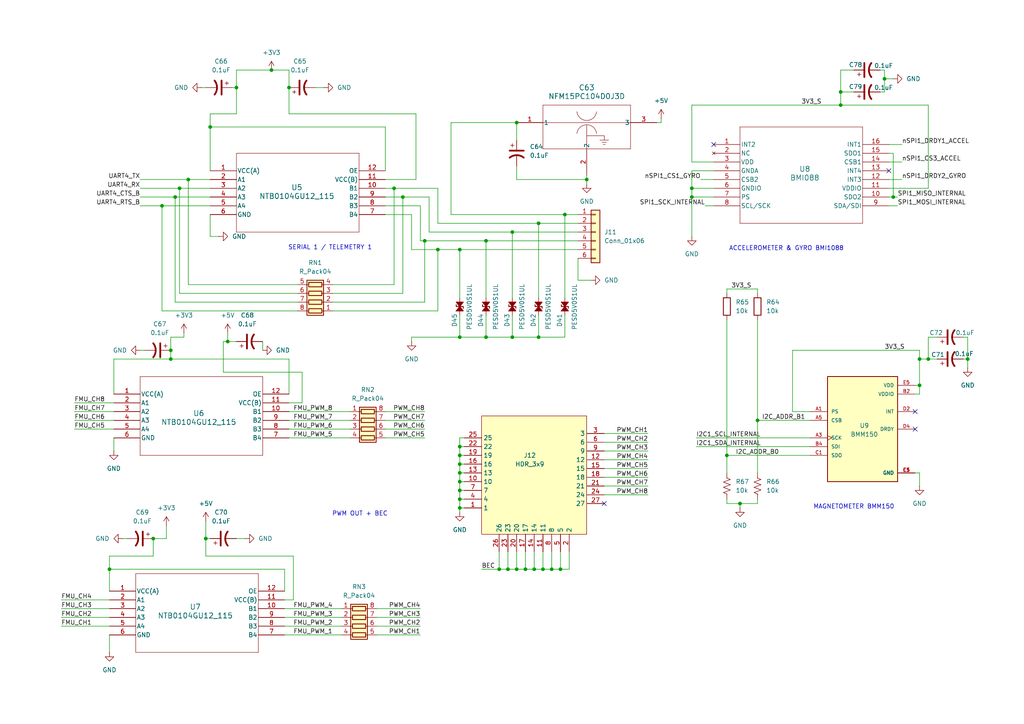
<source format=kicad_sch>
(kicad_sch (version 20231120) (generator "eeschema") (generator_version "8.0")
  (paper "A4")
  (lib_symbols
    (symbol "BMI088:BMI088" (pin_names (offset 0.254))
      (property "Reference" "U" (at 25.4 10.16 0))
      (property "Value" "BMI088" (at 25.4 7.62 0))
      (symbol "BMI088_0_1"
        (polyline (pts (xy 7.62 -22.86) (xy 43.18 -22.86)) (stroke (width 0.127)))
        (polyline (pts (xy 7.62 5.08) (xy 7.62 -22.86)) (stroke (width 0.127)))
        (polyline (pts (xy 43.18 -22.86) (xy 43.18 5.08)) (stroke (width 0.127)))
        (polyline (pts (xy 43.18 5.08) (xy 7.62 5.08)) (stroke (width 0.127)))
        (pin bidirectional line (at 0 0 0) (length 7.62) (name "INT2") (number "1"))
        (pin bidirectional line (at 50.8 -15.24 180) (length 7.62) (name "SDO2") (number "10"))
        (pin power_in line (at 50.8 -12.7 180) (length 7.62) (name "VDDIO") (number "11"))
        (pin bidirectional line (at 50.8 -10.16 180) (length 7.62) (name "INT3") (number "12"))
        (pin bidirectional line (at 50.8 -7.62 180) (length 7.62) (name "INT4") (number "13"))
        (pin bidirectional line (at 50.8 -5.08 180) (length 7.62) (name "CSB1") (number "14"))
        (pin bidirectional line (at 50.8 -2.54 180) (length 7.62) (name "SDO1") (number "15"))
        (pin bidirectional line (at 50.8 0 180) (length 7.62) (name "INT1") (number "16"))
        (pin no_connect line (at 0 -2.54 0) (length 7.62) (name "NC") (number "2"))
        (pin power_in line (at 0 -5.08 0) (length 7.62) (name "VDD") (number "3"))
        (pin power_out line (at 0 -7.62 0) (length 7.62) (name "GNDA") (number "4"))
        (pin bidirectional line (at 0 -10.16 0) (length 7.62) (name "CSB2") (number "5"))
        (pin power_out line (at 0 -12.7 0) (length 7.62) (name "GNDIO") (number "6"))
        (pin unspecified line (at 0 -15.24 0) (length 7.62) (name "PS") (number "7"))
        (pin unspecified line (at 0 -17.78 0) (length 7.62) (name "SCL/SCK") (number "8"))
        (pin unspecified line (at 50.8 -17.78 180) (length 7.62) (name "SDA/SDI") (number "9"))
      )
    )
    (symbol "BMM150:BMM150" (pin_names (offset 1.016))
      (property "Reference" "U" (at -10.16 16.51 0))
      (property "Value" "BMM150" (at -10.16 -16.51 0))
      (symbol "BMM150_0_0"
        (rectangle (start -10.16 -15.24) (end 10.16 15.24) (stroke (width 0.254)) (fill (type background)))
        (pin input line (at -15.24 5.08 0) (length 5.08) (name "PS") (number "A1"))
        (pin input clock (at -15.24 -2.54 0) (length 5.08) (name "SCK") (number "A3"))
        (pin input line (at -15.24 2.54 0) (length 5.08) (name "CSB") (number "A5"))
        (pin power_in line (at 15.24 10.16 180) (length 5.08) (name "VDDIO") (number "B2"))
        (pin bidirectional line (at -15.24 -5.08 0) (length 5.08) (name "SDI") (number "B4"))
        (pin output line (at -15.24 -7.62 0) (length 5.08) (name "SDO") (number "C1"))
        (pin power_in line (at 15.24 -12.7 180) (length 5.08) (name "GND") (number "C5"))
        (pin output line (at 15.24 5.08 180) (length 5.08) (name "INT") (number "D2"))
        (pin output line (at 15.24 0 180) (length 5.08) (name "DRDY") (number "D4"))
        (pin power_in line (at 15.24 -12.7 180) (length 5.08) (name "GND") (number "E1"))
        (pin power_in line (at 15.24 -12.7 180) (length 5.08) (name "GND") (number "E3"))
        (pin power_in line (at 15.24 12.7 180) (length 5.08) (name "VDD") (number "E5"))
      )
    )
    (symbol "Connector_Generic:Conn_01x06" (pin_names (offset 1.016) hide)
      (property "Reference" "J" (at 0 7.62 0))
      (property "Value" "Conn_01x06" (at 0 -10.16 0))
      (symbol "Conn_01x06_1_1"
        (rectangle (start -1.27 -7.493) (end 0 -7.747) (stroke (width 0.1524)))
        (rectangle (start -1.27 -4.953) (end 0 -5.207) (stroke (width 0.1524)))
        (rectangle (start -1.27 -2.413) (end 0 -2.667) (stroke (width 0.1524)))
        (rectangle (start -1.27 0.127) (end 0 -0.127) (stroke (width 0.1524)))
        (rectangle (start -1.27 2.667) (end 0 2.413) (stroke (width 0.1524)))
        (rectangle (start -1.27 5.207) (end 0 4.953) (stroke (width 0.1524)))
        (rectangle (start -1.27 6.35) (end 1.27 -8.89) (stroke (width 0.254)) (fill (type background)))
        (pin passive line (at -5.08 5.08 0) (length 3.81) (name "Pin_1") (number "1"))
        (pin passive line (at -5.08 2.54 0) (length 3.81) (name "Pin_2") (number "2"))
        (pin passive line (at -5.08 0 0) (length 3.81) (name "Pin_3") (number "3"))
        (pin passive line (at -5.08 -2.54 0) (length 3.81) (name "Pin_4") (number "4"))
        (pin passive line (at -5.08 -5.08 0) (length 3.81) (name "Pin_5") (number "5"))
        (pin passive line (at -5.08 -7.62 0) (length 3.81) (name "Pin_6") (number "6"))
      )
    )
    (symbol "Device:C_Polarized_US" (pin_numbers hide) (pin_names (offset 0.254) hide)
      (property "Reference" "C" (at 0.635 2.54 0))
      (property "Value" "C_Polarized_US" (at 0.635 -2.54 0))
      (symbol "C_Polarized_US_0_1"
        (polyline (pts (xy -2.032 0.762) (xy 2.032 0.762)) (stroke (width 0.508)))
        (polyline (pts (xy -1.778 2.286) (xy -0.762 2.286)))
        (polyline (pts (xy -1.27 1.778) (xy -1.27 2.794)))
        (arc (start 2.032 -1.27) (mid 0 -0.5572) (end -2.032 -1.27) (stroke (width 0.508)))
      )
      (symbol "C_Polarized_US_1_1"
        (pin passive line (at 0 3.81 270) (length 2.794) (name "~") (number "1"))
        (pin passive line (at 0 -3.81 90) (length 3.302) (name "~") (number "2"))
      )
    )
    (symbol "Device:D_TVS_Small_Filled" (pin_numbers hide) (pin_names (offset 1.016) hide)
      (property "Reference" "D" (at 0 2.54 0))
      (property "Value" "D_TVS_Small_Filled" (at 0 -2.54 0))
      (symbol "D_TVS_Small_Filled_0_1"
        (polyline (pts (xy -1.27 0) (xy 1.27 0)))
        (polyline (pts (xy 0.508 1.016) (xy 0 1.016) (xy 0 -1.016) (xy -0.508 -1.016)) (stroke (width 0.254)))
      )
      (symbol "D_TVS_Small_Filled_1_1"
        (polyline (pts (xy -1.27 1.016) (xy -1.27 -1.016) (xy 0 0) (xy -1.27 1.016)) (stroke (width 0.254)) (fill (type outline)))
        (polyline (pts (xy 0 0) (xy 1.27 1.016) (xy 1.27 -1.016) (xy 0 0)) (stroke (width 0.254)) (fill (type outline)))
        (pin passive line (at -2.54 0 0) (length 1.27) (name "A1") (number "1"))
        (pin passive line (at 2.54 0 180) (length 1.27) (name "A2") (number "2"))
      )
    )
    (symbol "Device:R" (pin_numbers hide) (pin_names (offset 0))
      (property "Reference" "R" (at 2.032 0 90))
      (property "Value" "R" (at 0 0 90))
      (symbol "R_0_1"
        (rectangle (start -1.016 -2.54) (end 1.016 2.54) (stroke (width 0.254)))
      )
      (symbol "R_1_1"
        (pin passive line (at 0 3.81 270) (length 1.27) (name "~") (number "1"))
        (pin passive line (at 0 -3.81 90) (length 1.27) (name "~") (number "2"))
      )
    )
    (symbol "Device:R_Pack04" (pin_names (offset 0) hide)
      (property "Reference" "RN" (at -7.62 0 90))
      (property "Value" "R_Pack04" (at 5.08 0 90))
      (symbol "R_Pack04_0_1"
        (rectangle (start -6.35 -2.413) (end 3.81 2.413) (stroke (width 0.254)) (fill (type background)))
        (rectangle (start -5.715 1.905) (end -4.445 -1.905) (stroke (width 0.254)))
        (rectangle (start -3.175 1.905) (end -1.905 -1.905) (stroke (width 0.254)))
        (rectangle (start -0.635 1.905) (end 0.635 -1.905) (stroke (width 0.254)))
        (polyline (pts (xy -5.08 -2.54) (xy -5.08 -1.905)))
        (polyline (pts (xy -5.08 1.905) (xy -5.08 2.54)))
        (polyline (pts (xy -2.54 -2.54) (xy -2.54 -1.905)))
        (polyline (pts (xy -2.54 1.905) (xy -2.54 2.54)))
        (polyline (pts (xy 0 -2.54) (xy 0 -1.905)))
        (polyline (pts (xy 0 1.905) (xy 0 2.54)))
        (polyline (pts (xy 2.54 -2.54) (xy 2.54 -1.905)))
        (polyline (pts (xy 2.54 1.905) (xy 2.54 2.54)))
        (rectangle (start 1.905 1.905) (end 3.175 -1.905) (stroke (width 0.254)))
      )
      (symbol "R_Pack04_1_1"
        (pin passive line (at -5.08 -5.08 90) (length 2.54) (name "R1.1") (number "1"))
        (pin passive line (at -2.54 -5.08 90) (length 2.54) (name "R2.1") (number "2"))
        (pin passive line (at 0 -5.08 90) (length 2.54) (name "R3.1") (number "3"))
        (pin passive line (at 2.54 -5.08 90) (length 2.54) (name "R4.1") (number "4"))
        (pin passive line (at 2.54 5.08 270) (length 2.54) (name "R4.2") (number "5"))
        (pin passive line (at 0 5.08 270) (length 2.54) (name "R3.2") (number "6"))
        (pin passive line (at -2.54 5.08 270) (length 2.54) (name "R2.2") (number "7"))
        (pin passive line (at -5.08 5.08 270) (length 2.54) (name "R1.2") (number "8"))
      )
    )
    (symbol "Device:R_US" (pin_numbers hide) (pin_names (offset 0))
      (property "Reference" "R" (at 2.54 0 90))
      (property "Value" "R_US" (at -2.54 0 90))
      (symbol "R_US_0_1"
        (polyline (pts (xy 0 -2.286) (xy 0 -2.54)))
        (polyline (pts (xy 0 2.286) (xy 0 2.54)))
        (polyline (pts (xy 0 -0.762) (xy 1.016 -1.143) (xy 0 -1.524) (xy -1.016 -1.905) (xy 0 -2.286)))
        (polyline (pts (xy 0 0.762) (xy 1.016 0.381) (xy 0 0) (xy -1.016 -0.381) (xy 0 -0.762)))
        (polyline (pts (xy 0 2.286) (xy 1.016 1.905) (xy 0 1.524) (xy -1.016 1.143) (xy 0 0.762)))
      )
      (symbol "R_US_1_1"
        (pin passive line (at 0 3.81 270) (length 1.27) (name "~") (number "1"))
        (pin passive line (at 0 -3.81 90) (length 1.27) (name "~") (number "2"))
      )
    )
    (symbol "FMU_lib:HDR_3x9"
      (property "Reference" "J" (at 0 0 0))
      (property "Value" "HDR_3x9" (at 0 -2.54 0))
      (symbol "HDR_3x9_1_1"
        (rectangle (start -13.97 12.7) (end 16.51 -21.59) (fill (type background)))
        (pin input line (at -19.05 -13.97 0) (length 5.08) (name "1") (number "1"))
        (pin input line (at -19.05 -6.35 0) (length 5.08) (name "10") (number "10"))
        (pin input line (at 3.81 -26.67 90) (length 5.08) (name "11") (number "11"))
        (pin input line (at 21.59 0 180) (length 5.08) (name "12") (number "12"))
        (pin input line (at -19.05 -3.81 0) (length 5.08) (name "13") (number "13"))
        (pin input line (at 1.27 -26.67 90) (length 5.08) (name "14") (number "14"))
        (pin input line (at 21.59 -2.54 180) (length 5.08) (name "15") (number "15"))
        (pin input line (at -19.05 -1.27 0) (length 5.08) (name "16") (number "16"))
        (pin input line (at -1.27 -26.67 90) (length 5.08) (name "17") (number "17"))
        (pin input line (at 21.59 -5.08 180) (length 5.08) (name "18") (number "18"))
        (pin input line (at -19.05 1.27 0) (length 5.08) (name "19") (number "19"))
        (pin input line (at 11.43 -26.67 90) (length 5.08) (name "2") (number "2"))
        (pin input line (at -3.81 -26.67 90) (length 5.08) (name "20") (number "20"))
        (pin input line (at 21.59 -7.62 180) (length 5.08) (name "21") (number "21"))
        (pin input line (at -19.05 3.81 0) (length 5.08) (name "22") (number "22"))
        (pin input line (at -6.35 -26.67 90) (length 5.08) (name "23") (number "23"))
        (pin input line (at 21.59 -10.16 180) (length 5.08) (name "24") (number "24"))
        (pin input line (at -19.05 6.35 0) (length 5.08) (name "25") (number "25"))
        (pin input line (at -8.89 -26.67 90) (length 5.08) (name "26") (number "26"))
        (pin input line (at 21.59 -12.7 180) (length 5.08) (name "27") (number "27"))
        (pin input line (at 21.59 7.62 180) (length 5.08) (name "3") (number "3"))
        (pin input line (at -19.05 -11.43 0) (length 5.08) (name "4") (number "4"))
        (pin input line (at 8.89 -26.67 90) (length 5.08) (name "5") (number "5"))
        (pin input line (at 21.59 5.08 180) (length 5.08) (name "6") (number "6"))
        (pin input line (at -19.05 -8.89 0) (length 5.08) (name "7") (number "7"))
        (pin input line (at 6.35 -26.67 90) (length 5.08) (name "8") (number "8"))
        (pin input line (at 21.59 2.54 180) (length 5.08) (name "9") (number "9"))
      )
    )
    (symbol "NFM15PC104D0J3D:NFM15PC104D0J3D" (pin_names (offset 0.254))
      (property "Reference" "C" (at 20.32 10.16 0))
      (property "Value" "NFM15PC104D0J3D" (at 20.32 7.62 0))
      (symbol "NFM15PC104D0J3D_0_1"
        (polyline (pts (xy 7.62 -7.62) (xy 33.02 -7.62)) (stroke (width 0.127)))
        (polyline (pts (xy 7.62 0) (xy 33.02 0)) (stroke (width 0.127)))
        (polyline (pts (xy 7.62 5.08) (xy 7.62 -7.62)) (stroke (width 0.127)))
        (polyline (pts (xy 20.32 -7.62) (xy 20.32 -0.635)) (stroke (width 0.127)))
        (polyline (pts (xy 20.32 -3.81) (xy 25.4 -3.81)) (stroke (width 0.127)))
        (polyline (pts (xy 24.13 -5.08) (xy 26.67 -5.08)) (stroke (width 0.127)))
        (polyline (pts (xy 24.765 -5.715) (xy 26.035 -5.715)) (stroke (width 0.127)))
        (polyline (pts (xy 25.0825 -6.35) (xy 25.7175 -6.35)) (stroke (width 0.127)))
        (polyline (pts (xy 25.4 -3.81) (xy 25.4 -5.08)) (stroke (width 0.127)))
        (polyline (pts (xy 33.02 -7.62) (xy 33.02 5.08)) (stroke (width 0.127)))
        (polyline (pts (xy 33.02 5.08) (xy 7.62 5.08)) (stroke (width 0.127)))
        (arc (start 17.4674 3.1755) (mid 20.32 0.6223) (end 23.1726 3.1755) (stroke (width 0.127)))
        (arc (start 23.1726 -3.1755) (mid 20.32 -0.6223) (end 17.4674 -3.1755) (stroke (width 0.127)))
        (pin unspecified line (at 0 0 0) (length 7.62) (name "1") (number "1"))
        (pin unspecified line (at 20.32 -15.24 90) (length 7.62) (name "2") (number "2"))
        (pin unspecified line (at 40.64 0 180) (length 7.62) (name "3") (number "3"))
      )
    )
    (symbol "NTB0104GU12_115:NTB0104GU12_115" (pin_names (offset 0.254))
      (property "Reference" "U" (at 25.4 10.16 0))
      (property "Value" "NTB0104GU12_115" (at 25.4 7.62 0))
      (symbol "NTB0104GU12_115_0_1"
        (polyline (pts (xy 7.62 -17.78) (xy 43.18 -17.78)) (stroke (width 0.127)))
        (polyline (pts (xy 7.62 5.08) (xy 7.62 -17.78)) (stroke (width 0.127)))
        (polyline (pts (xy 43.18 -17.78) (xy 43.18 5.08)) (stroke (width 0.127)))
        (polyline (pts (xy 43.18 5.08) (xy 7.62 5.08)) (stroke (width 0.127)))
        (pin power_in line (at 0 0 0) (length 7.62) (name "VCC(A)") (number "1"))
        (pin bidirectional line (at 50.8 -5.08 180) (length 7.62) (name "B1") (number "10"))
        (pin power_in line (at 50.8 -2.54 180) (length 7.62) (name "VCC(B)") (number "11"))
        (pin input line (at 50.8 0 180) (length 7.62) (name "OE") (number "12"))
        (pin bidirectional line (at 0 -2.54 0) (length 7.62) (name "A1") (number "2"))
        (pin bidirectional line (at 0 -5.08 0) (length 7.62) (name "A2") (number "3"))
        (pin bidirectional line (at 0 -7.62 0) (length 7.62) (name "A3") (number "4"))
        (pin bidirectional line (at 0 -10.16 0) (length 7.62) (name "A4") (number "5"))
        (pin power_out line (at 0 -12.7 0) (length 7.62) (name "GND") (number "6"))
        (pin bidirectional line (at 50.8 -12.7 180) (length 7.62) (name "B4") (number "7"))
        (pin bidirectional line (at 50.8 -10.16 180) (length 7.62) (name "B3") (number "8"))
        (pin bidirectional line (at 50.8 -7.62 180) (length 7.62) (name "B2") (number "9"))
      )
    )
    (symbol "power:+3V3" (power) (pin_numbers hide) (pin_names (offset 0) hide)
      (property "Value" "+3V3" (at 0 3.556 0))
      (symbol "+3V3_0_1"
        (polyline (pts (xy -0.762 1.27) (xy 0 2.54)))
        (polyline (pts (xy 0 0) (xy 0 2.54)))
        (polyline (pts (xy 0 2.54) (xy 0.762 1.27)))
      )
      (symbol "+3V3_1_1"
        (pin power_in line (at 0 0 90) (length 0) (name "~") (number "1"))
      )
    )
    (symbol "power:+5V" (power) (pin_numbers hide) (pin_names (offset 0) hide)
      (property "Value" "+5V" (at 0 3.556 0))
      (symbol "+5V_0_1"
        (polyline (pts (xy -0.762 1.27) (xy 0 2.54)))
        (polyline (pts (xy 0 0) (xy 0 2.54)))
        (polyline (pts (xy 0 2.54) (xy 0.762 1.27)))
      )
      (symbol "+5V_1_1"
        (pin power_in line (at 0 0 90) (length 0) (name "~") (number "1"))
      )
    )
    (symbol "power:GND" (power) (pin_numbers hide) (pin_names (offset 0) hide)
      (property "Value" "GND" (at 0 -3.81 0))
      (symbol "GND_0_1"
        (polyline (pts (xy 0 0) (xy 0 -1.27) (xy 1.27 -1.27) (xy 0 -2.54) (xy -1.27 -1.27) (xy 0 -1.27)))
      )
      (symbol "GND_1_1"
        (pin power_in line (at 0 0 270) (length 0) (name "~") (number "1"))
      )
    )
  )
  (junction (at 154.94 165.1))
  (junction (at 144.78 165.1))
  (junction (at 266.7 111.76))
  (junction (at 83.82 25.4))
  (junction (at 133.35 147.32))
  (junction (at 49.53 101.6))
  (junction (at 133.35 142.24))
  (junction (at 160.02 165.1))
  (junction (at 170.18 52.07))
  (junction (at 152.4 165.1))
  (junction (at 149.86 165.1))
  (junction (at 78.74 20.32))
  (junction (at 133.35 134.62))
  (junction (at 133.35 132.08))
  (junction (at 68.58 25.4))
  (junction (at 140.97 69.85))
  (junction (at 60.96 36.83))
  (junction (at 163.83 62.23))
  (junction (at 123.19 69.85))
  (junction (at 140.97 97.79))
  (junction (at 114.3 54.61))
  (junction (at 148.59 67.31))
  (junction (at 256.54 22.86))
  (junction (at 46.99 59.69))
  (junction (at 156.21 64.77))
  (junction (at 147.32 165.1))
  (junction (at 127 72.39))
  (junction (at 259.08 57.15))
  (junction (at 266.7 104.14))
  (junction (at 133.35 137.16))
  (junction (at 200.66 57.15))
  (junction (at 243.84 26.67))
  (junction (at 44.45 156.21))
  (junction (at 243.84 30.48))
  (junction (at 149.86 35.56))
  (junction (at 157.48 165.1))
  (junction (at 133.35 72.39))
  (junction (at 200.66 54.61))
  (junction (at 133.35 139.7))
  (junction (at 31.75 165.1))
  (junction (at 116.84 57.15))
  (junction (at 49.53 104.14))
  (junction (at 52.07 54.61))
  (junction (at 148.59 97.79))
  (junction (at 133.35 129.54))
  (junction (at 59.69 156.21))
  (junction (at 162.56 165.1))
  (junction (at 210.82 132.08))
  (junction (at 66.04 99.06))
  (junction (at 269.24 104.14))
  (junction (at 156.21 97.79))
  (junction (at 280.67 104.14))
  (junction (at 214.63 146.05))
  (junction (at 219.71 121.92))
  (junction (at 133.35 144.78))
  (junction (at 133.35 97.79))
  (junction (at 54.61 52.07))
  (junction (at 50.8 57.15))
  (no_connect (at 175.26 146.05))
  (no_connect (at 265.43 124.46))
  (no_connect (at 265.43 119.38))
  (no_connect (at 207.01 41.91))
  (no_connect (at 257.81 49.53))
  (wire (pts (xy 219.71 146.05) (xy 219.71 144.78)))
  (wire (pts (xy 163.83 62.23) (xy 167.64 62.23)))
  (wire (pts (xy 154.94 160.02) (xy 154.94 165.1)))
  (wire (pts (xy 50.8 87.63) (xy 50.8 57.15)))
  (wire (pts (xy 96.52 87.63) (xy 123.19 87.63)))
  (wire (pts (xy 60.96 68.58) (xy 63.5 68.58)))
  (wire (pts (xy 149.86 165.1) (xy 147.32 165.1)))
  (wire (pts (xy 86.36 82.55) (xy 54.61 82.55)))
  (wire (pts (xy 59.69 161.29) (xy 59.69 156.21)))
  (wire (pts (xy 123.19 87.63) (xy 123.19 69.85)))
  (wire (pts (xy 91.44 25.4) (xy 93.98 25.4)))
  (wire (pts (xy 134.62 144.78) (xy 133.35 144.78)))
  (wire (pts (xy 31.75 171.45) (xy 31.75 165.1)))
  (wire (pts (xy 207.01 49.53) (xy 200.66 49.53)))
  (wire (pts (xy 133.35 137.16) (xy 133.35 139.7)))
  (wire (pts (xy 200.66 54.61) (xy 200.66 57.15)))
  (wire (pts (xy 210.82 144.78) (xy 210.82 146.05)))
  (wire (pts (xy 130.81 62.23) (xy 130.81 35.56)))
  (wire (pts (xy 40.64 101.6) (xy 41.91 101.6)))
  (wire (pts (xy 68.58 156.21) (xy 71.12 156.21)))
  (wire (pts (xy 54.61 52.07) (xy 60.96 52.07)))
  (wire (pts (xy 163.83 91.44) (xy 163.83 97.79)))
  (wire (pts (xy 127 64.77) (xy 156.21 64.77)))
  (wire (pts (xy 52.07 85.09) (xy 52.07 54.61)))
  (wire (pts (xy 160.02 165.1) (xy 157.48 165.1)))
  (wire (pts (xy 134.62 142.24) (xy 133.35 142.24)))
  (wire (pts (xy 109.22 176.53) (xy 121.92 176.53)))
  (wire (pts (xy 134.62 129.54) (xy 133.35 129.54)))
  (wire (pts (xy 269.24 30.48) (xy 269.24 54.61)))
  (wire (pts (xy 133.35 139.7) (xy 133.35 142.24)))
  (wire (pts (xy 280.67 97.79) (xy 280.67 104.14)))
  (wire (pts (xy 214.63 147.32) (xy 214.63 146.05)))
  (wire (pts (xy 165.1 165.1) (xy 162.56 165.1)))
  (wire (pts (xy 149.86 160.02) (xy 149.86 165.1)))
  (wire (pts (xy 133.35 142.24) (xy 133.35 144.78)))
  (wire (pts (xy 210.82 92.71) (xy 210.82 132.08)))
  (wire (pts (xy 148.59 97.79) (xy 156.21 97.79)))
  (wire (pts (xy 175.26 143.51) (xy 187.96 143.51)))
  (wire (pts (xy 121.92 59.69) (xy 121.92 69.85)))
  (wire (pts (xy 148.59 67.31) (xy 148.59 86.36)))
  (wire (pts (xy 53.34 97.79) (xy 53.34 96.52)))
  (wire (pts (xy 35.56 156.21) (xy 36.83 156.21)))
  (wire (pts (xy 127 90.17) (xy 127 72.39)))
  (wire (pts (xy 133.35 148.59) (xy 133.35 147.32)))
  (wire (pts (xy 21.59 124.46) (xy 33.02 124.46)))
  (wire (pts (xy 40.64 54.61) (xy 52.07 54.61)))
  (wire (pts (xy 162.56 165.1) (xy 160.02 165.1)))
  (wire (pts (xy 123.19 69.85) (xy 121.92 69.85)))
  (wire (pts (xy 17.78 179.07) (xy 31.75 179.07)))
  (wire (pts (xy 133.35 129.54) (xy 133.35 132.08)))
  (wire (pts (xy 66.04 96.52) (xy 66.04 99.06)))
  (wire (pts (xy 203.2 52.07) (xy 207.01 52.07)))
  (wire (pts (xy 140.97 91.44) (xy 140.97 97.79)))
  (wire (pts (xy 148.59 91.44) (xy 148.59 97.79)))
  (wire (pts (xy 111.76 59.69) (xy 121.92 59.69)))
  (wire (pts (xy 200.66 49.53) (xy 200.66 54.61)))
  (wire (pts (xy 86.36 87.63) (xy 50.8 87.63)))
  (wire (pts (xy 149.86 52.07) (xy 170.18 52.07)))
  (wire (pts (xy 86.36 85.09) (xy 52.07 85.09)))
  (wire (pts (xy 111.76 124.46) (xy 123.19 124.46)))
  (wire (pts (xy 109.22 179.07) (xy 121.92 179.07)))
  (wire (pts (xy 31.75 189.23) (xy 31.75 184.15)))
  (wire (pts (xy 175.26 125.73) (xy 187.96 125.73)))
  (wire (pts (xy 40.64 52.07) (xy 54.61 52.07)))
  (wire (pts (xy 219.71 121.92) (xy 219.71 137.16)))
  (wire (pts (xy 86.36 90.17) (xy 46.99 90.17)))
  (wire (pts (xy 175.26 133.35) (xy 187.96 133.35)))
  (wire (pts (xy 247.65 26.67) (xy 243.84 26.67)))
  (wire (pts (xy 170.18 50.8) (xy 170.18 52.07)))
  (wire (pts (xy 64.77 107.95) (xy 64.77 99.06)))
  (wire (pts (xy 83.82 116.84) (xy 87.63 116.84)))
  (wire (pts (xy 257.81 46.99) (xy 261.62 46.99)))
  (wire (pts (xy 50.8 57.15) (xy 60.96 57.15)))
  (wire (pts (xy 96.52 82.55) (xy 114.3 82.55)))
  (wire (pts (xy 116.84 85.09) (xy 116.84 57.15)))
  (wire (pts (xy 111.76 62.23) (xy 119.38 62.23)))
  (wire (pts (xy 210.82 132.08) (xy 234.95 132.08)))
  (wire (pts (xy 87.63 107.95) (xy 64.77 107.95)))
  (wire (pts (xy 259.08 57.15) (xy 260.35 57.15)))
  (wire (pts (xy 134.62 134.62) (xy 133.35 134.62)))
  (wire (pts (xy 124.46 67.31) (xy 148.59 67.31)))
  (wire (pts (xy 257.81 44.45) (xy 259.08 44.45)))
  (wire (pts (xy 201.93 127) (xy 234.95 127)))
  (wire (pts (xy 40.64 59.69) (xy 46.99 59.69)))
  (wire (pts (xy 82.55 184.15) (xy 99.06 184.15)))
  (wire (pts (xy 266.7 104.14) (xy 269.24 104.14)))
  (wire (pts (xy 17.78 176.53) (xy 31.75 176.53)))
  (wire (pts (xy 200.66 57.15) (xy 200.66 68.58)))
  (wire (pts (xy 219.71 92.71) (xy 219.71 121.92)))
  (wire (pts (xy 83.82 127) (xy 101.6 127)))
  (wire (pts (xy 83.82 25.4) (xy 83.82 20.32)))
  (wire (pts (xy 170.18 52.07) (xy 170.18 53.34)))
  (wire (pts (xy 48.26 156.21) (xy 44.45 156.21)))
  (wire (pts (xy 265.43 111.76) (xy 266.7 111.76)))
  (wire (pts (xy 111.76 119.38) (xy 123.19 119.38)))
  (wire (pts (xy 256.54 26.67) (xy 255.27 26.67)))
  (wire (pts (xy 116.84 57.15) (xy 124.46 57.15)))
  (wire (pts (xy 48.26 152.4) (xy 48.26 156.21)))
  (wire (pts (xy 266.7 114.3) (xy 265.43 114.3)))
  (wire (pts (xy 280.67 104.14) (xy 279.4 104.14)))
  (wire (pts (xy 152.4 160.02) (xy 152.4 165.1)))
  (wire (pts (xy 60.96 33.02) (xy 68.58 33.02)))
  (wire (pts (xy 157.48 160.02) (xy 157.48 165.1)))
  (wire (pts (xy 243.84 30.48) (xy 269.24 30.48)))
  (wire (pts (xy 96.52 85.09) (xy 116.84 85.09)))
  (wire (pts (xy 229.87 119.38) (xy 229.87 101.6)))
  (wire (pts (xy 247.65 20.32) (xy 243.84 20.32)))
  (wire (pts (xy 259.08 44.45) (xy 259.08 57.15)))
  (wire (pts (xy 163.83 86.36) (xy 163.83 62.23)))
  (wire (pts (xy 68.58 25.4) (xy 68.58 20.32)))
  (wire (pts (xy 280.67 106.68) (xy 280.67 104.14)))
  (wire (pts (xy 111.76 54.61) (xy 114.3 54.61)))
  (wire (pts (xy 163.83 97.79) (xy 156.21 97.79)))
  (wire (pts (xy 85.09 173.99) (xy 85.09 161.29)))
  (wire (pts (xy 49.53 97.79) (xy 53.34 97.79)))
  (wire (pts (xy 17.78 173.99) (xy 31.75 173.99)))
  (wire (pts (xy 256.54 22.86) (xy 256.54 26.67)))
  (wire (pts (xy 271.78 97.79) (xy 269.24 97.79)))
  (wire (pts (xy 147.32 160.02) (xy 147.32 165.1)))
  (wire (pts (xy 256.54 20.32) (xy 256.54 22.86)))
  (wire (pts (xy 157.48 165.1) (xy 154.94 165.1)))
  (wire (pts (xy 21.59 119.38) (xy 33.02 119.38)))
  (wire (pts (xy 82.55 176.53) (xy 99.06 176.53)))
  (wire (pts (xy 139.7 165.1) (xy 144.78 165.1)))
  (wire (pts (xy 68.58 99.06) (xy 66.04 99.06)))
  (wire (pts (xy 85.09 161.29) (xy 59.69 161.29)))
  (wire (pts (xy 54.61 82.55) (xy 54.61 52.07)))
  (wire (pts (xy 21.59 116.84) (xy 33.02 116.84)))
  (wire (pts (xy 134.62 139.7) (xy 133.35 139.7)))
  (wire (pts (xy 210.82 85.09) (xy 210.82 83.82)))
  (wire (pts (xy 219.71 83.82) (xy 219.71 85.09)))
  (wire (pts (xy 269.24 104.14) (xy 271.78 104.14)))
  (wire (pts (xy 124.46 57.15) (xy 124.46 67.31)))
  (wire (pts (xy 114.3 82.55) (xy 114.3 54.61)))
  (wire (pts (xy 167.64 81.28) (xy 171.45 81.28)))
  (wire (pts (xy 210.82 146.05) (xy 214.63 146.05)))
  (wire (pts (xy 175.26 138.43) (xy 187.96 138.43)))
  (wire (pts (xy 31.75 165.1) (xy 82.55 165.1)))
  (wire (pts (xy 83.82 121.92) (xy 101.6 121.92)))
  (wire (pts (xy 257.81 41.91) (xy 261.62 41.91)))
  (wire (pts (xy 67.31 25.4) (xy 68.58 25.4)))
  (wire (pts (xy 60.96 36.83) (xy 60.96 33.02)))
  (wire (pts (xy 243.84 20.32) (xy 243.84 26.67)))
  (wire (pts (xy 44.45 161.29) (xy 44.45 156.21)))
  (wire (pts (xy 119.38 62.23) (xy 119.38 72.39)))
  (wire (pts (xy 83.82 25.4) (xy 83.82 33.02)))
  (wire (pts (xy 134.62 127) (xy 133.35 127)))
  (wire (pts (xy 210.82 132.08) (xy 210.82 137.16)))
  (wire (pts (xy 111.76 49.53) (xy 111.76 36.83)))
  (wire (pts (xy 133.35 144.78) (xy 133.35 147.32)))
  (wire (pts (xy 76.2 99.06) (xy 76.2 101.6)))
  (wire (pts (xy 219.71 121.92) (xy 234.95 121.92)))
  (wire (pts (xy 148.59 97.79) (xy 140.97 97.79)))
  (wire (pts (xy 269.24 97.79) (xy 269.24 104.14)))
  (wire (pts (xy 266.7 111.76) (xy 266.7 114.3)))
  (wire (pts (xy 82.55 179.07) (xy 99.06 179.07)))
  (wire (pts (xy 127 54.61) (xy 127 64.77)))
  (wire (pts (xy 144.78 165.1) (xy 144.78 160.02)))
  (wire (pts (xy 140.97 69.85) (xy 167.64 69.85)))
  (wire (pts (xy 229.87 101.6) (xy 266.7 101.6)))
  (wire (pts (xy 49.53 101.6) (xy 49.53 97.79)))
  (wire (pts (xy 68.58 20.32) (xy 78.74 20.32)))
  (wire (pts (xy 109.22 181.61) (xy 121.92 181.61)))
  (wire (pts (xy 60.96 62.23) (xy 60.96 68.58)))
  (wire (pts (xy 21.59 121.92) (xy 33.02 121.92)))
  (wire (pts (xy 120.65 33.02) (xy 83.82 33.02)))
  (wire (pts (xy 165.1 160.02) (xy 165.1 165.1)))
  (wire (pts (xy 200.66 46.99) (xy 200.66 30.48)))
  (wire (pts (xy 109.22 184.15) (xy 121.92 184.15)))
  (wire (pts (xy 111.76 121.92) (xy 123.19 121.92)))
  (wire (pts (xy 59.69 156.21) (xy 60.96 156.21)))
  (wire (pts (xy 257.81 59.69) (xy 260.35 59.69)))
  (wire (pts (xy 83.82 104.14) (xy 49.53 104.14)))
  (wire (pts (xy 114.3 54.61) (xy 127 54.61)))
  (wire (pts (xy 175.26 135.89) (xy 187.96 135.89)))
  (wire (pts (xy 149.86 48.26) (xy 149.86 52.07)))
  (wire (pts (xy 256.54 20.32) (xy 255.27 20.32)))
  (wire (pts (xy 140.97 69.85) (xy 140.97 86.36)))
  (wire (pts (xy 140.97 97.79) (xy 133.35 97.79)))
  (wire (pts (xy 210.82 83.82) (xy 219.71 83.82)))
  (wire (pts (xy 133.35 132.08) (xy 133.35 134.62)))
  (wire (pts (xy 191.77 35.56) (xy 191.77 34.29)))
  (wire (pts (xy 40.64 57.15) (xy 50.8 57.15)))
  (wire (pts (xy 259.08 22.86) (xy 256.54 22.86)))
  (wire (pts (xy 266.7 104.14) (xy 266.7 111.76)))
  (wire (pts (xy 200.66 30.48) (xy 243.84 30.48)))
  (wire (pts (xy 134.62 132.08) (xy 133.35 132.08)))
  (wire (pts (xy 31.75 161.29) (xy 44.45 161.29)))
  (wire (pts (xy 162.56 160.02) (xy 162.56 165.1)))
  (wire (pts (xy 160.02 160.02) (xy 160.02 165.1)))
  (wire (pts (xy 119.38 97.79) (xy 119.38 99.06)))
  (wire (pts (xy 82.55 171.45) (xy 82.55 165.1)))
  (wire (pts (xy 60.96 36.83) (xy 111.76 36.83)))
  (wire (pts (xy 133.35 147.32) (xy 134.62 147.32)))
  (wire (pts (xy 33.02 104.14) (xy 49.53 104.14)))
  (wire (pts (xy 17.78 181.61) (xy 31.75 181.61)))
  (wire (pts (xy 152.4 165.1) (xy 149.86 165.1)))
  (wire (pts (xy 133.35 86.36) (xy 133.35 72.39)))
  (wire (pts (xy 59.69 151.13) (xy 59.69 156.21)))
  (wire (pts (xy 156.21 64.77) (xy 156.21 86.36)))
  (wire (pts (xy 175.26 130.81) (xy 187.96 130.81)))
  (wire (pts (xy 266.7 137.16) (xy 266.7 140.97)))
  (wire (pts (xy 119.38 72.39) (xy 127 72.39)))
  (wire (pts (xy 207.01 46.99) (xy 200.66 46.99)))
  (wire (pts (xy 64.77 99.06) (xy 66.04 99.06)))
  (wire (pts (xy 133.35 127) (xy 133.35 129.54)))
  (wire (pts (xy 279.4 97.79) (xy 280.67 97.79)))
  (wire (pts (xy 243.84 26.67) (xy 243.84 30.48)))
  (wire (pts (xy 234.95 119.38) (xy 229.87 119.38)))
  (wire (pts (xy 49.53 104.14) (xy 49.53 101.6)))
  (wire (pts (xy 149.86 35.56) (xy 149.86 40.64)))
  (wire (pts (xy 123.19 69.85) (xy 140.97 69.85)))
  (wire (pts (xy 83.82 20.32) (xy 78.74 20.32)))
  (wire (pts (xy 68.58 25.4) (xy 68.58 33.02)))
  (wire (pts (xy 60.96 49.53) (xy 60.96 36.83)))
  (wire (pts (xy 154.94 165.1) (xy 152.4 165.1)))
  (wire (pts (xy 83.82 124.46) (xy 101.6 124.46)))
  (wire (pts (xy 111.76 127) (xy 123.19 127)))
  (wire (pts (xy 133.35 72.39) (xy 167.64 72.39)))
  (wire (pts (xy 167.64 74.93) (xy 167.64 81.28)))
  (wire (pts (xy 33.02 127) (xy 33.02 130.81)))
  (wire (pts (xy 207.01 57.15) (xy 200.66 57.15)))
  (wire (pts (xy 130.81 35.56) (xy 149.86 35.56)))
  (wire (pts (xy 257.81 57.15) (xy 259.08 57.15)))
  (wire (pts (xy 46.99 59.69) (xy 60.96 59.69)))
  (wire (pts (xy 33.02 114.3) (xy 33.02 104.14)))
  (wire (pts (xy 83.82 114.3) (xy 83.82 104.14)))
  (wire (pts (xy 87.63 116.84) (xy 87.63 107.95)))
  (wire (pts (xy 269.24 54.61) (xy 257.81 54.61)))
  (wire (pts (xy 130.81 62.23) (xy 163.83 62.23)))
  (wire (pts (xy 207.01 54.61) (xy 200.66 54.61)))
  (wire (pts (xy 265.43 137.16) (xy 266.7 137.16)))
  (wire (pts (xy 266.7 101.6) (xy 266.7 104.14)))
  (wire (pts (xy 46.99 90.17) (xy 46.99 59.69)))
  (wire (pts (xy 83.82 119.38) (xy 101.6 119.38)))
  (wire (pts (xy 127 72.39) (xy 133.35 72.39)))
  (wire (pts (xy 133.35 97.79) (xy 119.38 97.79)))
  (wire (pts (xy 31.75 165.1) (xy 31.75 161.29)))
  (wire (pts (xy 148.59 67.31) (xy 167.64 67.31)))
  (wire (pts (xy 134.62 137.16) (xy 133.35 137.16)))
  (wire (pts (xy 58.42 25.4) (xy 59.69 25.4)))
  (wire (pts (xy 111.76 57.15) (xy 116.84 57.15)))
  (wire (pts (xy 82.55 181.61) (xy 99.06 181.61)))
  (wire (pts (xy 204.47 59.69) (xy 207.01 59.69)))
  (wire (pts (xy 133.35 91.44) (xy 133.35 97.79)))
  (wire (pts (xy 175.26 140.97) (xy 187.96 140.97)))
  (wire (pts (xy 201.93 129.54) (xy 234.95 129.54)))
  (wire (pts (xy 214.63 146.05) (xy 219.71 146.05)))
  (wire (pts (xy 96.52 90.17) (xy 127 90.17)))
  (wire (pts (xy 191.77 35.56) (xy 190.5 35.56)))
  (wire (pts (xy 156.21 64.77) (xy 167.64 64.77)))
  (wire (pts (xy 156.21 97.79) (xy 156.21 91.44)))
  (wire (pts (xy 82.55 173.99) (xy 85.09 173.99)))
  (wire (pts (xy 175.26 128.27) (xy 187.96 128.27)))
  (wire (pts (xy 52.07 54.61) (xy 60.96 54.61)))
  (wire (pts (xy 120.65 52.07) (xy 120.65 33.02)))
  (wire (pts (xy 257.81 52.07) (xy 261.62 52.07)))
  (wire (pts (xy 133.35 134.62) (xy 133.35 137.16)))
  (wire (pts (xy 147.32 165.1) (xy 144.78 165.1)))
  (wire (pts (xy 111.76 52.07) (xy 120.65 52.07)))
  (text "PWM OUT + BEC" (at 104.394 149.098 0) (effects (font (size 1.27 1.27))))
  (text "MAGNETOMETER BMM150" (at 247.65 147.066 0) (effects (font (size 1.27 1.27))))
  (text "SERIAL 1 / TELEMETRY 1" (at 95.758 71.882 0) (effects (font (size 1.27 1.27))))
  (text "ACCELEROMETER & GYRO BMI1088" (at 228.092 72.136 0) (effects (font (size 1.27 1.27))))
  (label "FMU_CH6" (at 21.59 121.92 0))
  (label "I2C1_SCL_INTERNAL" (at 201.93 127 0))
  (label "3V3_S" (at 212.09 83.82 0))
  (label "PWM_CH5" (at 187.96 135.89 180))
  (label "SPI1_SCK_INTERNAL" (at 204.47 59.69 180))
  (label "FMU_PWM_6" (at 85.09 124.46 0))
  (label "UART4_RTS_B" (at 40.64 59.69 180))
  (label "PWM_CH8" (at 123.19 119.38 180))
  (label "FMU_CH7" (at 21.59 119.38 0))
  (label "PWM_CH4" (at 187.96 133.35 180))
  (label "nSPI1_DRDY1_ACCEL" (at 261.62 41.91 0))
  (label "FMU_CH1" (at 17.78 181.61 0))
  (label "FMU_PWM_5" (at 85.09 127 0))
  (label "3V3_S" (at 256.54 101.6 0))
  (label "PWM_CH7" (at 187.96 140.97 180))
  (label "PWM_CH2" (at 187.96 128.27 180))
  (label "FMU_CH4" (at 17.78 173.99 0))
  (label "FMU_CH8" (at 21.59 116.84 0))
  (label "FMU_PWM_3" (at 85.09 179.07 0))
  (label "I2C1_SDA_INTERNAL" (at 201.93 129.54 0))
  (label "UART4_RX" (at 40.64 54.61 180))
  (label "FMU_PWM_2" (at 85.09 181.61 0))
  (label "PWM_CH1" (at 187.96 125.73 180))
  (label "PWM_CH6" (at 123.19 124.46 180))
  (label "FMU_PWM_7" (at 85.09 121.92 0))
  (label "UART4_CTS_B" (at 40.64 57.15 180))
  (label "I2C_ADDR_B0" (at 213.36 132.08 0))
  (label "nSPI1_CS3_ACCEL" (at 261.62 46.99 0))
  (label "FMU_PWM_1" (at 85.09 184.15 0))
  (label "SPI1_MISO_INTERNAL" (at 260.35 57.15 0))
  (label "BEC" (at 139.7 165.1 0))
  (label "SPI1_MOSI_INTERNAL" (at 260.35 59.69 0))
  (label "PWM_CH8" (at 187.96 143.51 180))
  (label "PWM_CH6" (at 187.96 138.43 180))
  (label "3V3_S" (at 232.41 30.48 0))
  (label "FMU_PWM_8" (at 85.09 119.38 0))
  (label "PWM_CH3" (at 121.92 179.07 180))
  (label "FMU_PWM_4" (at 85.09 176.53 0))
  (label "FMU_CH5" (at 21.59 124.46 0))
  (label "PWM_CH3" (at 187.96 130.81 180))
  (label "PWM_CH2" (at 121.92 181.61 180))
  (label "PWM_CH7" (at 123.19 121.92 180))
  (label "PWM_CH4" (at 121.92 176.53 180))
  (label "I2C_ADDR_B1" (at 220.98 121.92 0))
  (label "nSPI1_CS1_GYRO" (at 203.2 52.07 180))
  (label "FMU_CH3" (at 17.78 176.53 0))
  (label "PWM_CH1" (at 121.92 184.15 180))
  (label "nSPI1_DRDY2_GYRO" (at 261.62 52.07 0))
  (label "PWM_CH5" (at 123.19 127 180))
  (label "UART4_TX" (at 40.64 52.07 180))
  (label "FMU_CH2" (at 17.78 179.07 0))
  (symbol (lib_id "Device:D_TVS_Small_Filled") (at 163.83 88.9 90) (unit 1)
    (property "Reference" "D41" (at 162.306 90.932 0) (effects (justify right)))
    (property "Value" "PESD5V0S1UL" (at 166.624 82.296 0) (effects (justify right)))
    (property "Description" "Bidirectional transient-voltage-suppression diode, small symbol, filled shape" (effects (hide yes)))
  )
  (symbol (lib_id "power:GND") (at 35.56 156.21 270) (unit 1)
    (property "Reference" "#PWR0137" (effects (hide yes)))
    (property "Value" "GND" (at 31.75 156.2099 90) (effects (justify right)))
    (property "Description" "Power symbol creates a global label with name \"GND\" , ground" (effects (hide yes)))
  )
  (symbol (lib_id "power:GND") (at 63.5 68.58 90) (unit 1)
    (property "Reference" "#PWR0130" (effects (hide yes)))
    (property "Value" "GND" (at 67.31 68.5799 90) (effects (justify right)))
    (property "Description" "Power symbol creates a global label with name \"GND\" , ground" (effects (hide yes)))
  )
  (symbol (lib_id "power:GND") (at 33.02 130.81 0) (unit 1)
    (property "Reference" "#PWR0136" (effects (hide yes)))
    (property "Value" "GND" (at 33.02 135.89 0))
    (property "Description" "Power symbol creates a global label with name \"GND\" , ground" (effects (hide yes)))
  )
  (symbol (lib_id "power:+5V") (at 59.69 151.13 0) (unit 1)
    (property "Reference" "#PWR0141" (effects (hide yes)))
    (property "Value" "+5V" (at 59.69 146.05 0))
    (property "Description" "Power symbol creates a global label with name \"+5V\"" (effects (hide yes)))
  )
  (symbol (lib_id "Device:C_Polarized_US") (at 72.39 99.06 90) (unit 1)
    (property "Reference" "C68" (at 71.755 91.44 90))
    (property "Value" "0.1uF" (at 71.755 93.98 90))
    (property "Description" "Polarized capacitor, US symbol" (effects (hide yes)))
  )
  (symbol (lib_id "Device:C_Polarized_US") (at 251.46 20.32 90) (unit 1)
    (property "Reference" "C78" (at 248.158 18.796 90))
    (property "Value" "0.1uF" (at 256.286 19.05 90))
    (property "Description" "Polarized capacitor, US symbol" (effects (hide yes)))
  )
  (symbol (lib_id "power:+3V3") (at 78.74 20.32 0) (unit 1)
    (property "Reference" "#PWR0129" (effects (hide yes)))
    (property "Value" "+3V3" (at 78.74 15.24 0))
    (property "Description" "Power symbol creates a global label with name \"+3V3\"" (effects (hide yes)))
  )
  (symbol (lib_id "power:GND") (at 119.38 99.06 0) (unit 1)
    (property "Reference" "#PWR0127" (effects (hide yes)))
    (property "Value" "GND" (at 119.38 104.14 0))
    (property "Description" "Power symbol creates a global label with name \"GND\" , ground" (effects (hide yes)))
  )
  (symbol (lib_id "Device:R_US") (at 219.71 140.97 0) (unit 1)
    (property "Reference" "R66" (at 222.25 139.6999 0) (effects (justify left)))
    (property "Value" "10k" (at 222.25 142.2399 0) (effects (justify left)))
    (property "Description" "Resistor, US symbol" (effects (hide yes)))
  )
  (symbol (lib_id "Device:C_Polarized_US") (at 63.5 25.4 270) (unit 1)
    (property "Reference" "C66" (at 64.135 17.78 90))
    (property "Value" "0.1uF" (at 64.135 20.32 90))
    (property "Description" "Polarized capacitor, US symbol" (effects (hide yes)))
  )
  (symbol (lib_id "NTB0104GU12_115:NTB0104GU12_115") (at 60.96 49.53 0) (unit 1)
    (property "Reference" "U5" (at 86.106 54.356 0) (effects (font (size 1.524 1.524))))
    (property "Value" "NTB0104GU12_115" (at 86.106 56.896 0) (effects (font (size 1.524 1.524))))
    (property "Footprint" "XQFN12_SOT1174-1_NEX_NXP" (effects (hide yes)))
    (property "Datasheet" "NTB0104GU12_115" (effects (hide yes)))
  )
  (symbol (lib_id "power:GND") (at 280.67 106.68 0) (unit 1)
    (property "Reference" "#PWR0146" (effects (hide yes)))
    (property "Value" "GND" (at 280.67 111.76 0))
    (property "Description" "Power symbol creates a global label with name \"GND\" , ground" (effects (hide yes)))
  )
  (symbol (lib_id "Device:R_Pack04") (at 91.44 85.09 90) (unit 1)
    (property "Reference" "RN1" (at 91.44 76.2 90))
    (property "Value" "R_Pack04" (at 91.44 78.74 90))
    (property "Description" "4 resistor network, parallel topology" (effects (hide yes)))
  )
  (symbol (lib_id "power:GND") (at 31.75 189.23 0) (unit 1)
    (property "Reference" "#PWR0142" (effects (hide yes)))
    (property "Value" "GND" (at 31.75 194.31 0))
    (property "Description" "Power symbol creates a global label with name \"GND\" , ground" (effects (hide yes)))
  )
  (symbol (lib_id "Device:D_TVS_Small_Filled") (at 148.59 88.9 90) (unit 1)
    (property "Reference" "D43" (at 147.066 90.932 0) (effects (justify right)))
    (property "Value" "PESD5V0S1UL" (at 151.384 82.296 0) (effects (justify right)))
    (property "Description" "Bidirectional transient-voltage-suppression diode, small symbol, filled shape" (effects (hide yes)))
  )
  (symbol (lib_id "power:GND") (at 58.42 25.4 270) (unit 1)
    (property "Reference" "#PWR0132" (effects (hide yes)))
    (property "Value" "GND" (at 54.61 25.3999 90) (effects (justify right)))
    (property "Description" "Power symbol creates a global label with name \"GND\" , ground" (effects (hide yes)))
  )
  (symbol (lib_id "power:GND") (at 266.7 140.97 0) (unit 1)
    (property "Reference" "#PWR0147" (effects (hide yes)))
    (property "Value" "GND" (at 266.7 146.05 0))
    (property "Description" "Power symbol creates a global label with name \"GND\" , ground" (effects (hide yes)))
  )
  (symbol (lib_id "Device:C_Polarized_US") (at 275.59 104.14 90) (unit 1)
    (property "Reference" "C71" (at 272.034 102.87 90))
    (property "Value" "0.1uF" (at 279.654 102.616 90))
    (property "Description" "Polarized capacitor, US symbol" (effects (hide yes)))
  )
  (symbol (lib_id "Device:R") (at 210.82 88.9 0) (unit 1)
    (property "Reference" "R65" (at 213.36 87.6299 0) (effects (justify left)))
    (property "Value" "10k" (at 213.36 90.1699 0) (effects (justify left)))
    (property "Description" "Resistor" (effects (hide yes)))
  )
  (symbol (lib_id "Device:R_Pack04") (at 104.14 181.61 270) (unit 1)
    (property "Reference" "RN3" (at 104.14 170.18 90))
    (property "Value" "R_Pack04" (at 104.14 172.72 90))
    (property "Description" "4 resistor network, parallel topology" (effects (hide yes)))
  )
  (symbol (lib_id "Device:C_Polarized_US") (at 149.86 44.45 0) (unit 1)
    (property "Reference" "C64" (at 153.67 42.5449 0) (effects (justify left)))
    (property "Value" "0.1uF" (at 153.67 45.0849 0) (effects (justify left)))
    (property "Description" "Polarized capacitor, US symbol" (effects (hide yes)))
  )
  (symbol (lib_id "NFM15PC104D0J3D:NFM15PC104D0J3D") (at 149.86 35.56 0) (unit 1)
    (property "Reference" "C63" (at 170.18 25.4 0) (effects (font (size 1.524 1.524))))
    (property "Value" "NFM15PC104D0J3D" (at 170.18 27.94 0) (effects (font (size 1.524 1.524))))
    (property "Footprint" "3PAD_NFM15PC_0402_MUR" (effects (hide yes)))
    (property "Datasheet" "NFM15PC104D0J3D" (effects (hide yes)))
  )
  (symbol (lib_id "power:GND") (at 171.45 81.28 90) (unit 1)
    (property "Reference" "#PWR0128" (effects (hide yes)))
    (property "Value" "GND" (at 175.26 81.2799 90) (effects (justify right)))
    (property "Description" "Power symbol creates a global label with name \"GND\" , ground" (effects (hide yes)))
  )
  (symbol (lib_id "Device:C_Polarized_US") (at 87.63 25.4 90) (unit 1)
    (property "Reference" "C65" (at 86.995 17.78 90))
    (property "Value" "0.1uF" (at 86.995 20.32 90))
    (property "Description" "Polarized capacitor, US symbol" (effects (hide yes)))
  )
  (symbol (lib_id "power:+3V3") (at 53.34 96.52 0) (unit 1)
    (property "Reference" "#PWR0134" (effects (hide yes)))
    (property "Value" "+3V3" (at 53.34 91.44 0))
    (property "Description" "Power symbol creates a global label with name \"+3V3\"" (effects (hide yes)))
  )
  (symbol (lib_id "power:GND") (at 170.18 53.34 0) (unit 1)
    (property "Reference" "#PWR0125" (effects (hide yes)))
    (property "Value" "GND" (at 170.18 58.42 0))
    (property "Description" "Power symbol creates a global label with name \"GND\" , ground" (effects (hide yes)))
  )
  (symbol (lib_id "Connector_Generic:Conn_01x06") (at 172.72 67.31 0) (unit 1)
    (property "Reference" "J11" (at 175.26 67.3099 0) (effects (justify left)))
    (property "Value" "Conn_01x06" (at 175.26 69.8499 0) (effects (justify left)))
    (property "Description" "Generic connector, single row, 01x06, script generated (kicad-library-utils/schlib/autogen/connector/)" (effects (hide yes)))
  )
  (symbol (lib_id "power:GND") (at 259.08 22.86 90) (unit 1)
    (property "Reference" "#PWR0154" (effects (hide yes)))
    (property "Value" "GND" (at 262.89 22.8599 90) (effects (justify right)))
    (property "Description" "Power symbol creates a global label with name \"GND\" , ground" (effects (hide yes)))
  )
  (symbol (lib_id "Device:R_US") (at 210.82 140.97 0) (unit 1)
    (property "Reference" "R67" (at 213.36 139.6999 0) (effects (justify left)))
    (property "Value" "10k" (at 213.36 142.2399 0) (effects (justify left)))
    (property "Description" "Resistor, US symbol" (effects (hide yes)))
  )
  (symbol (lib_id "Device:D_TVS_Small_Filled") (at 156.21 88.9 90) (unit 1)
    (property "Reference" "D42" (at 154.686 90.932 0) (effects (justify right)))
    (property "Value" "PESD5V0S1UL" (at 159.004 82.296 0) (effects (justify right)))
    (property "Description" "Bidirectional transient-voltage-suppression diode, small symbol, filled shape" (effects (hide yes)))
  )
  (symbol (lib_id "power:+5V") (at 191.77 34.29 0) (unit 1)
    (property "Reference" "#PWR0126" (effects (hide yes)))
    (property "Value" "+5V" (at 191.77 29.21 0))
    (property "Description" "Power symbol creates a global label with name \"+5V\"" (effects (hide yes)))
  )
  (symbol (lib_id "BMI088:BMI088") (at 207.01 41.91 0) (unit 1)
    (property "Reference" "U8" (at 233.426 49.022 0) (effects (font (size 1.524 1.524))))
    (property "Value" "BMI088" (at 233.426 51.562 0) (effects (font (size 1.524 1.524))))
    (property "Footprint" "footprint_fmu2:XDCR_BMM150" (effects (hide yes)))
    (property "Datasheet" "BMI088" (effects (hide yes)))
  )
  (symbol (lib_id "BMM150:BMM150") (at 250.19 124.46 0) (unit 1)
    (property "Reference" "U9" (at 250.698 123.444 0))
    (property "Value" "BMM150" (at 250.698 125.984 0))
    (property "Footprint" "BMM150:XDCR_BMM150" (effects (hide yes)))
    (property "MF" "Bosch Sensortec" (effects (hide yes)))
    (property "DESCRIPTION" "BMM150 Series 3.6 V Surface Mount Three-Axis Geomagnetic Sensor - WLCSP-12" (effects (hide yes)))
    (property "PACKAGE" "WLCSP-12 Bosch" (effects (hide yes)))
    (property "PRICE" "None" (effects (hide yes)))
    (property "Package" "WLCSP-12 Bosch" (effects (hide yes)))
    (property "Check_prices" "https://www.snapeda.com/parts/BMM150/Bosch+Sensortec/view-part/?ref=eda" (effects (hide yes)))
    (property "Price" "None" (effects (hide yes)))
    (property "SnapEDA_Link" "https://www.snapeda.com/parts/BMM150/Bosch+Sensortec/view-part/?ref=snap" (effects (hide yes)))
    (property "MP" "BMM150" (effects (hide yes)))
    (property "Purchase-URL" "https://www.snapeda.com/api/url_track_click_mouser/?unipart_id=45416&manufacturer=Bosch Sensortec&part_name=BMM150&search_term=None" (effects (hide yes)))
    (property "Availability" "In Stock" (effects (hide yes)))
    (property "AVAILABILITY" "Unavailable" (effects (hide yes)))
    (property "Description_1" "\nFlipCore, Hall Effect Sensor X, Y, Z Axis 12-WLCSP (1.56x1.56)\n" (effects (hide yes)))
  )
  (symbol (lib_id "Device:C_Polarized_US") (at 275.59 97.79 90) (unit 1)
    (property "Reference" "C72" (at 271.526 96.52 90))
    (property "Value" "0.1uF" (at 279.908 96.52 90))
    (property "Description" "Polarized capacitor, US symbol" (effects (hide yes)))
  )
  (symbol (lib_id "power:GND") (at 133.35 148.59 0) (unit 1)
    (property "Reference" "#PWR0143" (effects (hide yes)))
    (property "Value" "GND" (at 133.35 153.67 0))
    (property "Description" "Power symbol creates a global label with name \"GND\" , ground" (effects (hide yes)))
  )
  (symbol (lib_id "Device:R") (at 219.71 88.9 0) (unit 1)
    (property "Reference" "R64" (at 222.25 87.6299 0) (effects (justify left)))
    (property "Value" "10k" (at 222.25 90.1699 0) (effects (justify left)))
    (property "Description" "Resistor" (effects (hide yes)))
  )
  (symbol (lib_id "Device:C_Polarized_US") (at 251.46 26.67 90) (unit 1)
    (property "Reference" "C79" (at 248.158 25.146 90))
    (property "Value" "0.1uF" (at 256.286 25.4 90))
    (property "Description" "Polarized capacitor, US symbol" (effects (hide yes)))
  )
  (symbol (lib_id "power:GND") (at 76.2 101.6 90) (unit 1)
    (property "Reference" "#PWR0135" (effects (hide yes)))
    (property "Value" "GND" (at 80.01 101.5999 90) (effects (justify right)))
    (property "Description" "Power symbol creates a global label with name \"GND\" , ground" (effects (hide yes)))
  )
  (symbol (lib_id "Device:D_TVS_Small_Filled") (at 140.97 88.9 90) (unit 1)
    (property "Reference" "D44" (at 139.446 90.932 0) (effects (justify right)))
    (property "Value" "PESD5V0S1UL" (at 143.764 82.296 0) (effects (justify right)))
    (property "Description" "Bidirectional transient-voltage-suppression diode, small symbol, filled shape" (effects (hide yes)))
  )
  (symbol (lib_id "power:+3V3") (at 48.26 152.4 0) (unit 1)
    (property "Reference" "#PWR0139" (effects (hide yes)))
    (property "Value" "+3V3" (at 48.26 147.32 0))
    (property "Description" "Power symbol creates a global label with name \"+3V3\"" (effects (hide yes)))
  )
  (symbol (lib_id "NTB0104GU12_115:NTB0104GU12_115") (at 33.02 114.3 0) (unit 1)
    (property "Reference" "U6" (at 57.658 119.888 0) (effects (font (size 1.524 1.524))))
    (property "Value" "NTB0104GU12_115" (at 57.658 122.428 0) (effects (font (size 1.524 1.524))))
    (property "Footprint" "footprints:XQFN12_SOT1174-1_NEX_NXP" (effects (hide yes)))
    (property "Datasheet" "NTB0104GU12_115" (effects (hide yes)))
  )
  (symbol (lib_id "power:GND") (at 214.63 147.32 0) (unit 1)
    (property "Reference" "#PWR0145" (effects (hide yes)))
    (property "Value" "GND" (at 214.63 152.4 0))
    (property "Description" "Power symbol creates a global label with name \"GND\" , ground" (effects (hide yes)))
  )
  (symbol (lib_id "power:GND") (at 200.66 68.58 0) (unit 1)
    (property "Reference" "#PWR0144" (effects (hide yes)))
    (property "Value" "GND" (at 200.66 73.66 0))
    (property "Description" "Power symbol creates a global label with name \"GND\" , ground" (effects (hide yes)))
  )
  (symbol (lib_id "Device:C_Polarized_US") (at 45.72 101.6 270) (unit 1)
    (property "Reference" "C67" (at 46.355 93.98 90))
    (property "Value" "0.1uF" (at 46.355 96.52 90))
    (property "Description" "Polarized capacitor, US symbol" (effects (hide yes)))
  )
  (symbol (lib_id "Device:R_Pack04") (at 106.68 124.46 270) (unit 1)
    (property "Reference" "RN2" (at 106.68 113.03 90))
    (property "Value" "R_Pack04" (at 106.68 115.57 90))
    (property "Description" "4 resistor network, parallel topology" (effects (hide yes)))
  )
  (symbol (lib_id "FMU_lib:HDR_3x9") (at 153.67 133.35 0) (unit 1)
    (property "Reference" "J12" (at 153.67 132.08 0))
    (property "Value" "HDR_3x9" (at 153.67 134.62 0))
  )
  (symbol (lib_id "power:GND") (at 71.12 156.21 90) (unit 1)
    (property "Reference" "#PWR0138" (effects (hide yes)))
    (property "Value" "GND" (at 74.93 156.2099 90) (effects (justify right)))
    (property "Description" "Power symbol creates a global label with name \"GND\" , ground" (effects (hide yes)))
  )
  (symbol (lib_id "power:GND") (at 93.98 25.4 90) (unit 1)
    (property "Reference" "#PWR0131" (effects (hide yes)))
    (property "Value" "GND" (at 97.79 25.3999 90) (effects (justify right)))
    (property "Description" "Power symbol creates a global label with name \"GND\" , ground" (effects (hide yes)))
  )
  (symbol (lib_id "Device:C_Polarized_US") (at 40.64 156.21 270) (unit 1)
    (property "Reference" "C69" (at 41.275 148.59 90))
    (property "Value" "0.1uF" (at 41.275 151.13 90))
    (property "Description" "Polarized capacitor, US symbol" (effects (hide yes)))
  )
  (symbol (lib_id "power:GND") (at 40.64 101.6 270) (unit 1)
    (property "Reference" "#PWR0133" (effects (hide yes)))
    (property "Value" "GND" (at 36.83 101.5999 90) (effects (justify right)))
    (property "Description" "Power symbol creates a global label with name \"GND\" , ground" (effects (hide yes)))
  )
  (symbol (lib_id "Device:D_TVS_Small_Filled") (at 133.35 88.9 90) (unit 1)
    (property "Reference" "D45" (at 131.826 90.932 0) (effects (justify right)))
    (property "Value" "PESD5V0S1UL" (at 136.144 82.296 0) (effects (justify right)))
    (property "Description" "Bidirectional transient-voltage-suppression diode, small symbol, filled shape" (effects (hide yes)))
  )
  (symbol (lib_id "Device:C_Polarized_US") (at 64.77 156.21 90) (unit 1)
    (property "Reference" "C70" (at 64.135 148.59 90))
    (property "Value" "0.1uF" (at 64.135 151.13 90))
    (property "Description" "Polarized capacitor, US symbol" (effects (hide yes)))
  )
  (symbol (lib_id "power:+5V") (at 66.04 96.52 0) (unit 1)
    (property "Reference" "#PWR0140" (effects (hide yes)))
    (property "Value" "+5V" (at 66.04 91.44 0))
    (property "Description" "Power symbol creates a global label with name \"+5V\"" (effects (hide yes)))
  )
  (symbol (lib_id "NTB0104GU12_115:NTB0104GU12_115") (at 31.75 171.45 0) (unit 1)
    (property "Reference" "U7" (at 56.642 176.022 0) (effects (font (size 1.524 1.524))))
    (property "Value" "NTB0104GU12_115" (at 56.642 178.562 0) (effects (font (size 1.524 1.524))))
    (property "Footprint" "XQFN12_SOT1174-1_NEX_NXP" (effects (hide yes)))
    (property "Datasheet" "NTB0104GU12_115" (effects (hide yes)))
  )
)
</source>
